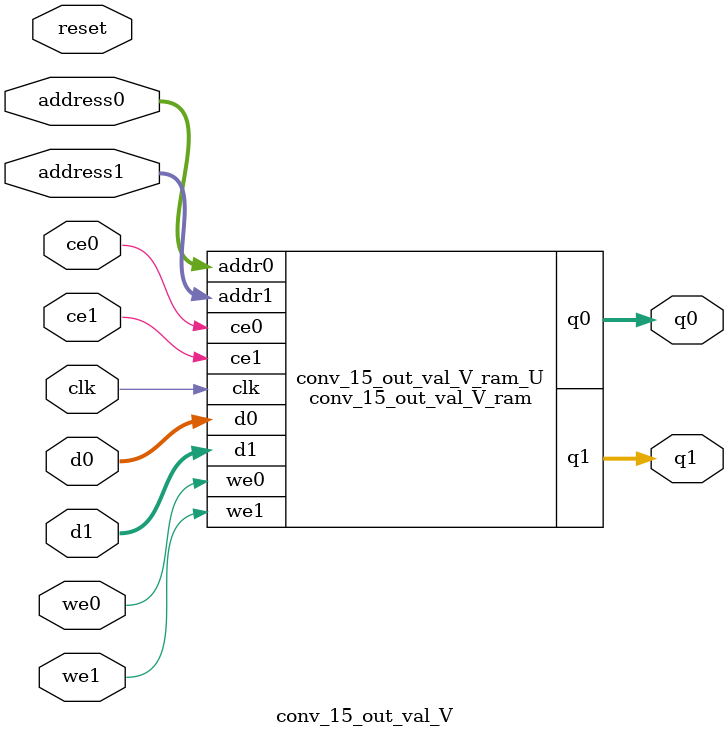
<source format=v>

`timescale 1 ns / 1 ps
module conv_15_out_val_V_ram (addr0, ce0, d0, we0, q0, addr1, ce1, d1, we1, q1,  clk);

parameter DWIDTH = 16;
parameter AWIDTH = 6;
parameter MEM_SIZE = 64;

input[AWIDTH-1:0] addr0;
input ce0;
input[DWIDTH-1:0] d0;
input we0;
output reg[DWIDTH-1:0] q0;
input[AWIDTH-1:0] addr1;
input ce1;
input[DWIDTH-1:0] d1;
input we1;
output reg[DWIDTH-1:0] q1;
input clk;

(* ram_style = "block" *)reg [DWIDTH-1:0] ram[0:MEM_SIZE-1];




always @(posedge clk)  
begin 
    if (ce0) 
    begin
        if (we0) 
        begin 
            ram[addr0] <= d0; 
            q0 <= d0;
        end 
        else 
            q0 <= ram[addr0];
    end
end


always @(posedge clk)  
begin 
    if (ce1) 
    begin
        if (we1) 
        begin 
            ram[addr1] <= d1; 
            q1 <= d1;
        end 
        else 
            q1 <= ram[addr1];
    end
end


endmodule


`timescale 1 ns / 1 ps
module conv_15_out_val_V(
    reset,
    clk,
    address0,
    ce0,
    we0,
    d0,
    q0,
    address1,
    ce1,
    we1,
    d1,
    q1);

parameter DataWidth = 32'd16;
parameter AddressRange = 32'd64;
parameter AddressWidth = 32'd6;
input reset;
input clk;
input[AddressWidth - 1:0] address0;
input ce0;
input we0;
input[DataWidth - 1:0] d0;
output[DataWidth - 1:0] q0;
input[AddressWidth - 1:0] address1;
input ce1;
input we1;
input[DataWidth - 1:0] d1;
output[DataWidth - 1:0] q1;



conv_15_out_val_V_ram conv_15_out_val_V_ram_U(
    .clk( clk ),
    .addr0( address0 ),
    .ce0( ce0 ),
    .d0( d0 ),
    .we0( we0 ),
    .q0( q0 ),
    .addr1( address1 ),
    .ce1( ce1 ),
    .d1( d1 ),
    .we1( we1 ),
    .q1( q1 ));

endmodule


</source>
